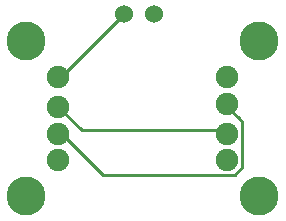
<source format=gbr>
G04 #@! TF.GenerationSoftware,KiCad,Pcbnew,5.1.2-f72e74a~84~ubuntu16.04.1*
G04 #@! TF.CreationDate,2019-07-15T19:55:09-04:00*
G04 #@! TF.ProjectId,usb-webcam-interface,7573622d-7765-4626-9361-6d2d696e7465,rev?*
G04 #@! TF.SameCoordinates,Original*
G04 #@! TF.FileFunction,Copper,L1,Top*
G04 #@! TF.FilePolarity,Positive*
%FSLAX46Y46*%
G04 Gerber Fmt 4.6, Leading zero omitted, Abs format (unit mm)*
G04 Created by KiCad (PCBNEW 5.1.2-f72e74a~84~ubuntu16.04.1) date 2019-07-15 19:55:09*
%MOMM*%
%LPD*%
G04 APERTURE LIST*
%ADD10C,1.900000*%
%ADD11C,3.300000*%
%ADD12C,1.524000*%
%ADD13C,0.250000*%
G04 APERTURE END LIST*
D10*
X80760000Y-78430000D03*
X80760000Y-76200000D03*
X80760000Y-73930000D03*
X80760000Y-71430000D03*
D11*
X78050000Y-81500000D03*
X78050000Y-68360000D03*
D10*
X95080000Y-71430000D03*
X95080000Y-73660000D03*
X95080000Y-76200000D03*
X95080000Y-78430000D03*
D11*
X97790000Y-68360000D03*
X97790000Y-81500000D03*
D12*
X88900000Y-66060000D03*
X86360000Y-66040000D03*
D13*
X94270000Y-71430000D02*
X95080000Y-71430000D01*
X80970000Y-71430000D02*
X80760000Y-71430000D01*
X86360000Y-66040000D02*
X80970000Y-71430000D01*
X96355001Y-75205001D02*
X96029999Y-74879999D01*
X95692001Y-79705001D02*
X96355001Y-79042001D01*
X84535001Y-79705001D02*
X95692001Y-79705001D01*
X96029999Y-74879999D02*
X95080000Y-73930000D01*
X96355001Y-79042001D02*
X96355001Y-75205001D01*
X80760000Y-75930000D02*
X84535001Y-79705001D01*
X82760000Y-75930000D02*
X95080000Y-75930000D01*
X80760000Y-73930000D02*
X82760000Y-75930000D01*
M02*

</source>
